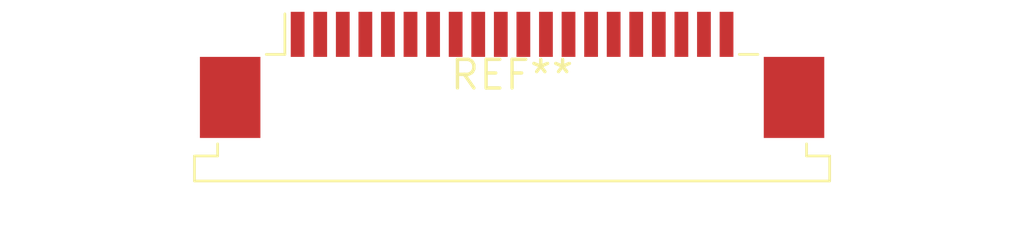
<source format=kicad_pcb>
(kicad_pcb (version 20240108) (generator pcbnew)
  (layers (0 "F.Cu" signal) (31 "B.Cu" signal) (34 "B.Paste" user) (35 "F.Paste" user) (36 "B.SilkS" user "B.Silkscreen") (37 "F.SilkS" user "F.Silkscreen") (38 "B.Mask" user) (39 "F.Mask" user) (44 "Edge.Cuts" user))
  (net 0 "")
  (footprint "TE_2-84952-0_1x20-1MP_P1.0mm_Horizontal" (layer "F.Cu") (at 0 0)
    (property "Reference" "REF**")
    (property "Value" "TE_2-84952-0_1x20-1MP_P1.0mm_Horizontal")
    (fp_line (start -14.07 3.6) (end -13.045 3.6) (layer "F.SilkS") (stroke (width 0.12)))
    (fp_line (start -14.07 4.71) (end -14.07 3.6) (layer "F.SilkS") (stroke (width 0.12)))
    (fp_line (start -13.045 3.6) (end -13.045 3.06) (layer "F.SilkS") (stroke (width 0.12)))
    (fp_line (start -10.89 -0.91) (end -10.065 -0.91) (layer "F.SilkS") (stroke (width 0.12)))
    (fp_line (start -10.065 -0.91) (end -10.065 -2.71) (layer "F.SilkS") (stroke (width 0.12)))
    (fp_line (start 10.065 -0.91) (end 10.89 -0.91) (layer "F.SilkS") (stroke (width 0.12)))
    (fp_line (start 13.045 3.06) (end 13.045 3.6) (layer "F.SilkS") (stroke (width 0.12)))
    (fp_line (start 13.045 3.6) (end 14.07 3.6) (layer "F.SilkS") (stroke (width 0.12)))
    (fp_line (start 14.07 3.6) (end 14.07 4.71) (layer "F.SilkS") (stroke (width 0.12)))
    (fp_line (start 14.07 4.71) (end -14.07 4.71) (layer "F.SilkS") (stroke (width 0.12)))
    (pad "1" smd rect (at -9.5 -1.8) (size 0.61 2) (layers "F.Cu" "F.Paste" "F.Mask"))
    (pad "2" smd rect (at -8.5 -1.8) (size 0.61 2) (layers "F.Cu" "F.Paste" "F.Mask"))
    (pad "3" smd rect (at -7.5 -1.8) (size 0.61 2) (layers "F.Cu" "F.Paste" "F.Mask"))
    (pad "4" smd rect (at -6.5 -1.8) (size 0.61 2) (layers "F.Cu" "F.Paste" "F.Mask"))
    (pad "5" smd rect (at -5.5 -1.8) (size 0.61 2) (layers "F.Cu" "F.Paste" "F.Mask"))
    (pad "6" smd rect (at -4.5 -1.8) (size 0.61 2) (layers "F.Cu" "F.Paste" "F.Mask"))
    (pad "7" smd rect (at -3.5 -1.8) (size 0.61 2) (layers "F.Cu" "F.Paste" "F.Mask"))
    (pad "8" smd rect (at -2.5 -1.8) (size 0.61 2) (layers "F.Cu" "F.Paste" "F.Mask"))
    (pad "9" smd rect (at -1.5 -1.8) (size 0.61 2) (layers "F.Cu" "F.Paste" "F.Mask"))
    (pad "10" smd rect (at -0.5 -1.8) (size 0.61 2) (layers "F.Cu" "F.Paste" "F.Mask"))
    (pad "11" smd rect (at 0.5 -1.8) (size 0.61 2) (layers "F.Cu" "F.Paste" "F.Mask"))
    (pad "12" smd rect (at 1.5 -1.8) (size 0.61 2) (layers "F.Cu" "F.Paste" "F.Mask"))
    (pad "13" smd rect (at 2.5 -1.8) (size 0.61 2) (layers "F.Cu" "F.Paste" "F.Mask"))
    (pad "14" smd rect (at 3.5 -1.8) (size 0.61 2) (layers "F.Cu" "F.Paste" "F.Mask"))
    (pad "15" smd rect (at 4.5 -1.8) (size 0.61 2) (layers "F.Cu" "F.Paste" "F.Mask"))
    (pad "16" smd rect (at 5.5 -1.8) (size 0.61 2) (layers "F.Cu" "F.Paste" "F.Mask"))
    (pad "17" smd rect (at 6.5 -1.8) (size 0.61 2) (layers "F.Cu" "F.Paste" "F.Mask"))
    (pad "18" smd rect (at 7.5 -1.8) (size 0.61 2) (layers "F.Cu" "F.Paste" "F.Mask"))
    (pad "19" smd rect (at 8.5 -1.8) (size 0.61 2) (layers "F.Cu" "F.Paste" "F.Mask"))
    (pad "20" smd rect (at 9.5 -1.8) (size 0.61 2) (layers "F.Cu" "F.Paste" "F.Mask"))
    (pad "MP" smd rect (at -12.49 1) (size 2.68 3.6) (layers "F.Cu" "F.Paste" "F.Mask"))
    (pad "MP" smd rect (at 12.49 1) (size 2.68 3.6) (layers "F.Cu" "F.Paste" "F.Mask"))
  )
)
</source>
